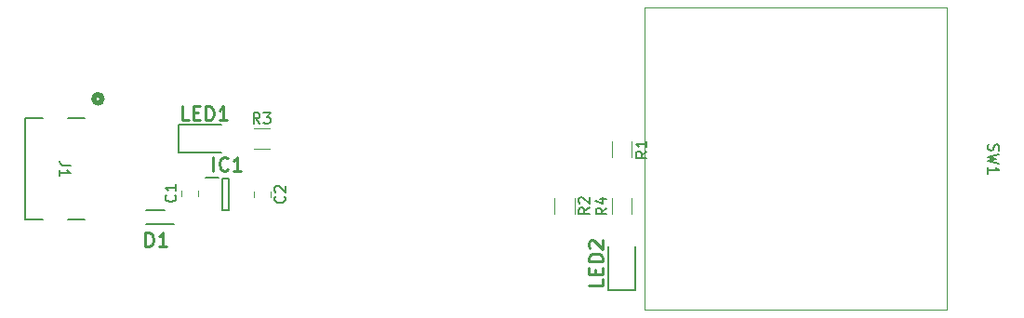
<source format=gbr>
%TF.GenerationSoftware,KiCad,Pcbnew,7.0.8*%
%TF.CreationDate,2024-02-15T14:48:36-07:00*%
%TF.ProjectId,GR-LRR-ESTOP-PCB,47522d4c-5252-42d4-9553-544f502d5043,rev?*%
%TF.SameCoordinates,Original*%
%TF.FileFunction,Legend,Top*%
%TF.FilePolarity,Positive*%
%FSLAX46Y46*%
G04 Gerber Fmt 4.6, Leading zero omitted, Abs format (unit mm)*
G04 Created by KiCad (PCBNEW 7.0.8) date 2024-02-15 14:48:36*
%MOMM*%
%LPD*%
G01*
G04 APERTURE LIST*
%ADD10C,0.254000*%
%ADD11C,0.150000*%
%ADD12C,0.200000*%
%ADD13C,0.120000*%
%ADD14C,0.152400*%
%ADD15C,0.508000*%
%ADD16C,0.100000*%
G04 APERTURE END LIST*
D10*
X67340237Y-70348118D02*
X67340237Y-69078118D01*
X68670714Y-70227165D02*
X68610238Y-70287642D01*
X68610238Y-70287642D02*
X68428809Y-70348118D01*
X68428809Y-70348118D02*
X68307857Y-70348118D01*
X68307857Y-70348118D02*
X68126428Y-70287642D01*
X68126428Y-70287642D02*
X68005476Y-70166689D01*
X68005476Y-70166689D02*
X67944999Y-70045737D01*
X67944999Y-70045737D02*
X67884523Y-69803832D01*
X67884523Y-69803832D02*
X67884523Y-69622403D01*
X67884523Y-69622403D02*
X67944999Y-69380499D01*
X67944999Y-69380499D02*
X68005476Y-69259546D01*
X68005476Y-69259546D02*
X68126428Y-69138594D01*
X68126428Y-69138594D02*
X68307857Y-69078118D01*
X68307857Y-69078118D02*
X68428809Y-69078118D01*
X68428809Y-69078118D02*
X68610238Y-69138594D01*
X68610238Y-69138594D02*
X68670714Y-69199070D01*
X69880238Y-70348118D02*
X69154523Y-70348118D01*
X69517380Y-70348118D02*
X69517380Y-69078118D01*
X69517380Y-69078118D02*
X69396428Y-69259546D01*
X69396428Y-69259546D02*
X69275476Y-69380499D01*
X69275476Y-69380499D02*
X69154523Y-69440975D01*
X61159218Y-77231518D02*
X61159218Y-75961518D01*
X61159218Y-75961518D02*
X61461599Y-75961518D01*
X61461599Y-75961518D02*
X61643028Y-76021994D01*
X61643028Y-76021994D02*
X61763980Y-76142946D01*
X61763980Y-76142946D02*
X61824457Y-76263899D01*
X61824457Y-76263899D02*
X61884933Y-76505803D01*
X61884933Y-76505803D02*
X61884933Y-76687232D01*
X61884933Y-76687232D02*
X61824457Y-76929137D01*
X61824457Y-76929137D02*
X61763980Y-77050089D01*
X61763980Y-77050089D02*
X61643028Y-77171042D01*
X61643028Y-77171042D02*
X61461599Y-77231518D01*
X61461599Y-77231518D02*
X61159218Y-77231518D01*
X63094457Y-77231518D02*
X62368742Y-77231518D01*
X62731599Y-77231518D02*
X62731599Y-75961518D01*
X62731599Y-75961518D02*
X62610647Y-76142946D01*
X62610647Y-76142946D02*
X62489695Y-76263899D01*
X62489695Y-76263899D02*
X62368742Y-76324375D01*
D11*
X106795819Y-68568266D02*
X106319628Y-68901599D01*
X106795819Y-69139694D02*
X105795819Y-69139694D01*
X105795819Y-69139694D02*
X105795819Y-68758742D01*
X105795819Y-68758742D02*
X105843438Y-68663504D01*
X105843438Y-68663504D02*
X105891057Y-68615885D01*
X105891057Y-68615885D02*
X105986295Y-68568266D01*
X105986295Y-68568266D02*
X106129152Y-68568266D01*
X106129152Y-68568266D02*
X106224390Y-68615885D01*
X106224390Y-68615885D02*
X106272009Y-68663504D01*
X106272009Y-68663504D02*
X106319628Y-68758742D01*
X106319628Y-68758742D02*
X106319628Y-69139694D01*
X106795819Y-67615885D02*
X106795819Y-68187313D01*
X106795819Y-67901599D02*
X105795819Y-67901599D01*
X105795819Y-67901599D02*
X105938676Y-67996837D01*
X105938676Y-67996837D02*
X106033914Y-68092075D01*
X106033914Y-68092075D02*
X106081533Y-68187313D01*
D10*
X65076009Y-65725318D02*
X64471247Y-65725318D01*
X64471247Y-65725318D02*
X64471247Y-64455318D01*
X65499342Y-65060080D02*
X65922676Y-65060080D01*
X66104104Y-65725318D02*
X65499342Y-65725318D01*
X65499342Y-65725318D02*
X65499342Y-64455318D01*
X65499342Y-64455318D02*
X66104104Y-64455318D01*
X66648390Y-65725318D02*
X66648390Y-64455318D01*
X66648390Y-64455318D02*
X66950771Y-64455318D01*
X66950771Y-64455318D02*
X67132200Y-64515794D01*
X67132200Y-64515794D02*
X67253152Y-64636746D01*
X67253152Y-64636746D02*
X67313629Y-64757699D01*
X67313629Y-64757699D02*
X67374105Y-64999603D01*
X67374105Y-64999603D02*
X67374105Y-65181032D01*
X67374105Y-65181032D02*
X67313629Y-65422937D01*
X67313629Y-65422937D02*
X67253152Y-65543889D01*
X67253152Y-65543889D02*
X67132200Y-65664842D01*
X67132200Y-65664842D02*
X66950771Y-65725318D01*
X66950771Y-65725318D02*
X66648390Y-65725318D01*
X68583629Y-65725318D02*
X67857914Y-65725318D01*
X68220771Y-65725318D02*
X68220771Y-64455318D01*
X68220771Y-64455318D02*
X68099819Y-64636746D01*
X68099819Y-64636746D02*
X67978867Y-64757699D01*
X67978867Y-64757699D02*
X67857914Y-64818175D01*
D11*
X101588819Y-73699666D02*
X101112628Y-74032999D01*
X101588819Y-74271094D02*
X100588819Y-74271094D01*
X100588819Y-74271094D02*
X100588819Y-73890142D01*
X100588819Y-73890142D02*
X100636438Y-73794904D01*
X100636438Y-73794904D02*
X100684057Y-73747285D01*
X100684057Y-73747285D02*
X100779295Y-73699666D01*
X100779295Y-73699666D02*
X100922152Y-73699666D01*
X100922152Y-73699666D02*
X101017390Y-73747285D01*
X101017390Y-73747285D02*
X101065009Y-73794904D01*
X101065009Y-73794904D02*
X101112628Y-73890142D01*
X101112628Y-73890142D02*
X101112628Y-74271094D01*
X100684057Y-73318713D02*
X100636438Y-73271094D01*
X100636438Y-73271094D02*
X100588819Y-73175856D01*
X100588819Y-73175856D02*
X100588819Y-72937761D01*
X100588819Y-72937761D02*
X100636438Y-72842523D01*
X100636438Y-72842523D02*
X100684057Y-72794904D01*
X100684057Y-72794904D02*
X100779295Y-72747285D01*
X100779295Y-72747285D02*
X100874533Y-72747285D01*
X100874533Y-72747285D02*
X101017390Y-72794904D01*
X101017390Y-72794904D02*
X101588819Y-73366332D01*
X101588819Y-73366332D02*
X101588819Y-72747285D01*
X103155819Y-73725066D02*
X102679628Y-74058399D01*
X103155819Y-74296494D02*
X102155819Y-74296494D01*
X102155819Y-74296494D02*
X102155819Y-73915542D01*
X102155819Y-73915542D02*
X102203438Y-73820304D01*
X102203438Y-73820304D02*
X102251057Y-73772685D01*
X102251057Y-73772685D02*
X102346295Y-73725066D01*
X102346295Y-73725066D02*
X102489152Y-73725066D01*
X102489152Y-73725066D02*
X102584390Y-73772685D01*
X102584390Y-73772685D02*
X102632009Y-73820304D01*
X102632009Y-73820304D02*
X102679628Y-73915542D01*
X102679628Y-73915542D02*
X102679628Y-74296494D01*
X102489152Y-72867923D02*
X103155819Y-72867923D01*
X102108200Y-73106018D02*
X102822485Y-73344113D01*
X102822485Y-73344113D02*
X102822485Y-72725066D01*
X54342380Y-69821716D02*
X53628095Y-69821716D01*
X53628095Y-69821716D02*
X53485238Y-69774097D01*
X53485238Y-69774097D02*
X53390000Y-69678859D01*
X53390000Y-69678859D02*
X53342380Y-69536002D01*
X53342380Y-69536002D02*
X53342380Y-69440764D01*
X53342380Y-70821716D02*
X53342380Y-70250288D01*
X53342380Y-70536002D02*
X54342380Y-70536002D01*
X54342380Y-70536002D02*
X54199523Y-70440764D01*
X54199523Y-70440764D02*
X54104285Y-70345526D01*
X54104285Y-70345526D02*
X54056666Y-70250288D01*
X73819980Y-72658266D02*
X73867600Y-72705885D01*
X73867600Y-72705885D02*
X73915219Y-72848742D01*
X73915219Y-72848742D02*
X73915219Y-72943980D01*
X73915219Y-72943980D02*
X73867600Y-73086837D01*
X73867600Y-73086837D02*
X73772361Y-73182075D01*
X73772361Y-73182075D02*
X73677123Y-73229694D01*
X73677123Y-73229694D02*
X73486647Y-73277313D01*
X73486647Y-73277313D02*
X73343790Y-73277313D01*
X73343790Y-73277313D02*
X73153314Y-73229694D01*
X73153314Y-73229694D02*
X73058076Y-73182075D01*
X73058076Y-73182075D02*
X72962838Y-73086837D01*
X72962838Y-73086837D02*
X72915219Y-72943980D01*
X72915219Y-72943980D02*
X72915219Y-72848742D01*
X72915219Y-72848742D02*
X72962838Y-72705885D01*
X72962838Y-72705885D02*
X73010457Y-72658266D01*
X73010457Y-72277313D02*
X72962838Y-72229694D01*
X72962838Y-72229694D02*
X72915219Y-72134456D01*
X72915219Y-72134456D02*
X72915219Y-71896361D01*
X72915219Y-71896361D02*
X72962838Y-71801123D01*
X72962838Y-71801123D02*
X73010457Y-71753504D01*
X73010457Y-71753504D02*
X73105695Y-71705885D01*
X73105695Y-71705885D02*
X73200933Y-71705885D01*
X73200933Y-71705885D02*
X73343790Y-71753504D01*
X73343790Y-71753504D02*
X73915219Y-72324932D01*
X73915219Y-72324932D02*
X73915219Y-71705885D01*
D10*
X102783918Y-80161190D02*
X102783918Y-80765952D01*
X102783918Y-80765952D02*
X101513918Y-80765952D01*
X102118680Y-79737857D02*
X102118680Y-79314523D01*
X102783918Y-79133095D02*
X102783918Y-79737857D01*
X102783918Y-79737857D02*
X101513918Y-79737857D01*
X101513918Y-79737857D02*
X101513918Y-79133095D01*
X102783918Y-78588809D02*
X101513918Y-78588809D01*
X101513918Y-78588809D02*
X101513918Y-78286428D01*
X101513918Y-78286428D02*
X101574394Y-78104999D01*
X101574394Y-78104999D02*
X101695346Y-77984047D01*
X101695346Y-77984047D02*
X101816299Y-77923570D01*
X101816299Y-77923570D02*
X102058203Y-77863094D01*
X102058203Y-77863094D02*
X102239632Y-77863094D01*
X102239632Y-77863094D02*
X102481537Y-77923570D01*
X102481537Y-77923570D02*
X102602489Y-77984047D01*
X102602489Y-77984047D02*
X102723442Y-78104999D01*
X102723442Y-78104999D02*
X102783918Y-78286428D01*
X102783918Y-78286428D02*
X102783918Y-78588809D01*
X101634870Y-77379285D02*
X101574394Y-77318809D01*
X101574394Y-77318809D02*
X101513918Y-77197856D01*
X101513918Y-77197856D02*
X101513918Y-76895475D01*
X101513918Y-76895475D02*
X101574394Y-76774523D01*
X101574394Y-76774523D02*
X101634870Y-76714047D01*
X101634870Y-76714047D02*
X101755822Y-76653570D01*
X101755822Y-76653570D02*
X101876775Y-76653570D01*
X101876775Y-76653570D02*
X102058203Y-76714047D01*
X102058203Y-76714047D02*
X102783918Y-77439761D01*
X102783918Y-77439761D02*
X102783918Y-76653570D01*
D11*
X71562933Y-66046419D02*
X71229600Y-65570228D01*
X70991505Y-66046419D02*
X70991505Y-65046419D01*
X70991505Y-65046419D02*
X71372457Y-65046419D01*
X71372457Y-65046419D02*
X71467695Y-65094038D01*
X71467695Y-65094038D02*
X71515314Y-65141657D01*
X71515314Y-65141657D02*
X71562933Y-65236895D01*
X71562933Y-65236895D02*
X71562933Y-65379752D01*
X71562933Y-65379752D02*
X71515314Y-65474990D01*
X71515314Y-65474990D02*
X71467695Y-65522609D01*
X71467695Y-65522609D02*
X71372457Y-65570228D01*
X71372457Y-65570228D02*
X70991505Y-65570228D01*
X71896267Y-65046419D02*
X72515314Y-65046419D01*
X72515314Y-65046419D02*
X72181981Y-65427371D01*
X72181981Y-65427371D02*
X72324838Y-65427371D01*
X72324838Y-65427371D02*
X72420076Y-65474990D01*
X72420076Y-65474990D02*
X72467695Y-65522609D01*
X72467695Y-65522609D02*
X72515314Y-65617847D01*
X72515314Y-65617847D02*
X72515314Y-65855942D01*
X72515314Y-65855942D02*
X72467695Y-65951180D01*
X72467695Y-65951180D02*
X72420076Y-65998800D01*
X72420076Y-65998800D02*
X72324838Y-66046419D01*
X72324838Y-66046419D02*
X72039124Y-66046419D01*
X72039124Y-66046419D02*
X71943886Y-65998800D01*
X71943886Y-65998800D02*
X71896267Y-65951180D01*
X63855980Y-72531266D02*
X63903600Y-72578885D01*
X63903600Y-72578885D02*
X63951219Y-72721742D01*
X63951219Y-72721742D02*
X63951219Y-72816980D01*
X63951219Y-72816980D02*
X63903600Y-72959837D01*
X63903600Y-72959837D02*
X63808361Y-73055075D01*
X63808361Y-73055075D02*
X63713123Y-73102694D01*
X63713123Y-73102694D02*
X63522647Y-73150313D01*
X63522647Y-73150313D02*
X63379790Y-73150313D01*
X63379790Y-73150313D02*
X63189314Y-73102694D01*
X63189314Y-73102694D02*
X63094076Y-73055075D01*
X63094076Y-73055075D02*
X62998838Y-72959837D01*
X62998838Y-72959837D02*
X62951219Y-72816980D01*
X62951219Y-72816980D02*
X62951219Y-72721742D01*
X62951219Y-72721742D02*
X62998838Y-72578885D01*
X62998838Y-72578885D02*
X63046457Y-72531266D01*
X63951219Y-71578885D02*
X63951219Y-72150313D01*
X63951219Y-71864599D02*
X62951219Y-71864599D01*
X62951219Y-71864599D02*
X63094076Y-71959837D01*
X63094076Y-71959837D02*
X63189314Y-72055075D01*
X63189314Y-72055075D02*
X63236933Y-72150313D01*
X137921400Y-67914667D02*
X137873780Y-68057524D01*
X137873780Y-68057524D02*
X137873780Y-68295619D01*
X137873780Y-68295619D02*
X137921400Y-68390857D01*
X137921400Y-68390857D02*
X137969019Y-68438476D01*
X137969019Y-68438476D02*
X138064257Y-68486095D01*
X138064257Y-68486095D02*
X138159495Y-68486095D01*
X138159495Y-68486095D02*
X138254733Y-68438476D01*
X138254733Y-68438476D02*
X138302352Y-68390857D01*
X138302352Y-68390857D02*
X138349971Y-68295619D01*
X138349971Y-68295619D02*
X138397590Y-68105143D01*
X138397590Y-68105143D02*
X138445209Y-68009905D01*
X138445209Y-68009905D02*
X138492828Y-67962286D01*
X138492828Y-67962286D02*
X138588066Y-67914667D01*
X138588066Y-67914667D02*
X138683304Y-67914667D01*
X138683304Y-67914667D02*
X138778542Y-67962286D01*
X138778542Y-67962286D02*
X138826161Y-68009905D01*
X138826161Y-68009905D02*
X138873780Y-68105143D01*
X138873780Y-68105143D02*
X138873780Y-68343238D01*
X138873780Y-68343238D02*
X138826161Y-68486095D01*
X138873780Y-68819429D02*
X137873780Y-69057524D01*
X137873780Y-69057524D02*
X138588066Y-69248000D01*
X138588066Y-69248000D02*
X137873780Y-69438476D01*
X137873780Y-69438476D02*
X138873780Y-69676572D01*
X137873780Y-70581333D02*
X137873780Y-70009905D01*
X137873780Y-70295619D02*
X138873780Y-70295619D01*
X138873780Y-70295619D02*
X138730923Y-70200381D01*
X138730923Y-70200381D02*
X138635685Y-70105143D01*
X138635685Y-70105143D02*
X138588066Y-70009905D01*
D12*
%TO.C,IC1*%
X68178400Y-71041600D02*
X68778400Y-71041600D01*
X68778400Y-71041600D02*
X68778400Y-73941600D01*
X68778400Y-73941600D02*
X68178400Y-73941600D01*
X68178400Y-73941600D02*
X68178400Y-71041600D01*
X66628400Y-70991600D02*
X67828400Y-70991600D01*
%TO.C,D1*%
X62895800Y-73899000D02*
X61195800Y-73899000D01*
X63745800Y-75199000D02*
X61195800Y-75199000D01*
D13*
%TO.C,R1*%
X105431000Y-67674536D02*
X105431000Y-69128664D01*
X103611000Y-67674536D02*
X103611000Y-69128664D01*
D12*
%TO.C,LED1*%
X64173800Y-66136200D02*
X64173800Y-68636200D01*
X64173800Y-68636200D02*
X68098800Y-68636200D01*
X68098800Y-66136200D02*
X64173800Y-66136200D01*
D13*
%TO.C,R2*%
X100224000Y-72805936D02*
X100224000Y-74260064D01*
X98404000Y-72805936D02*
X98404000Y-74260064D01*
%TO.C,R4*%
X105431000Y-74285464D02*
X105431000Y-72831336D01*
X103611000Y-74285464D02*
X103611000Y-72831336D01*
D14*
%TO.C,J1*%
X55612889Y-65557650D02*
X54090312Y-65557650D01*
X51812889Y-65557650D02*
X50215800Y-65557650D01*
X50215800Y-65557650D02*
X50215800Y-74752450D01*
X54090312Y-74752450D02*
X55612889Y-74752450D01*
X50215800Y-74752450D02*
X51812889Y-74752450D01*
D15*
X57212601Y-63779650D02*
G75*
G03*
X57212601Y-63779650I-381000J0D01*
G01*
D13*
%TO.C,C2*%
X71045400Y-72230348D02*
X71045400Y-72752852D01*
X72515400Y-72230348D02*
X72515400Y-72752852D01*
D12*
%TO.C,LED2*%
X103271000Y-81165000D02*
X105771000Y-81165000D01*
X105771000Y-81165000D02*
X105771000Y-77240000D01*
X103271000Y-77240000D02*
X103271000Y-81165000D01*
D13*
%TO.C,R3*%
X71002536Y-68321600D02*
X72456664Y-68321600D01*
X71002536Y-66501600D02*
X72456664Y-66501600D01*
%TO.C,C1*%
X65911400Y-72625852D02*
X65911400Y-72103348D01*
X64441400Y-72625852D02*
X64441400Y-72103348D01*
D16*
%TO.C,SW1*%
X134068600Y-55498000D02*
X106568600Y-55498000D01*
X106568600Y-55498000D02*
X106568600Y-82998000D01*
X106568600Y-82998000D02*
X134068600Y-82998000D01*
X134068600Y-82998000D02*
X134068600Y-55498000D01*
%TD*%
M02*

</source>
